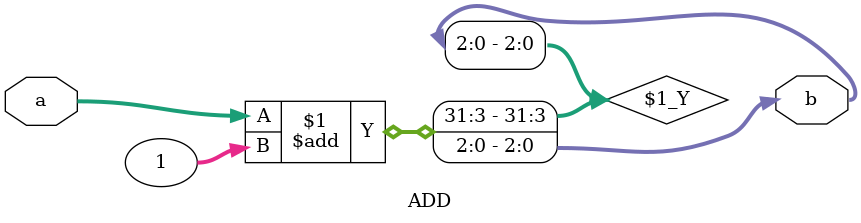
<source format=v>
`timescale 1ns / 1ps


module ADD(
input [2:0]a,
output [2:0]b
    );
assign b=a+1;
endmodule

</source>
